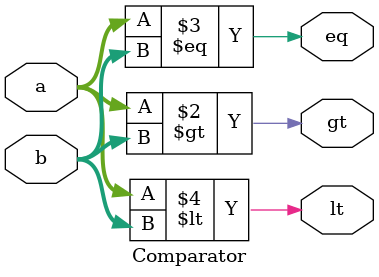
<source format=v>
module Comparator #(
    parameter WIDTH = 8
) (
    input wire [WIDTH-1:0] a,
    input wire [WIDTH-1:0] b,
    output reg gt,        // a > b
    output reg eq,        // a == b
    output reg lt         // a < b
);
    always @(*) begin
        gt = (a > b);
        eq = (a == b);
        lt = (a < b);
    end
endmodule
</source>
